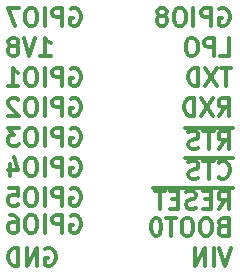
<source format=gbr>
G04 #@! TF.FileFunction,Legend,Bot*
%FSLAX46Y46*%
G04 Gerber Fmt 4.6, Leading zero omitted, Abs format (unit mm)*
G04 Created by KiCad (PCBNEW 4.0.6) date Sun Jun 17 22:16:41 2018*
%MOMM*%
%LPD*%
G01*
G04 APERTURE LIST*
%ADD10C,0.100000*%
%ADD11C,0.300000*%
G04 APERTURE END LIST*
D10*
D11*
X157384857Y-106572857D02*
X157170571Y-106644286D01*
X157099143Y-106715714D01*
X157027714Y-106858571D01*
X157027714Y-107072857D01*
X157099143Y-107215714D01*
X157170571Y-107287143D01*
X157313429Y-107358571D01*
X157884857Y-107358571D01*
X157884857Y-105858571D01*
X157384857Y-105858571D01*
X157242000Y-105930000D01*
X157170571Y-106001429D01*
X157099143Y-106144286D01*
X157099143Y-106287143D01*
X157170571Y-106430000D01*
X157242000Y-106501429D01*
X157384857Y-106572857D01*
X157884857Y-106572857D01*
X156099143Y-105858571D02*
X155813429Y-105858571D01*
X155670571Y-105930000D01*
X155527714Y-106072857D01*
X155456286Y-106358571D01*
X155456286Y-106858571D01*
X155527714Y-107144286D01*
X155670571Y-107287143D01*
X155813429Y-107358571D01*
X156099143Y-107358571D01*
X156242000Y-107287143D01*
X156384857Y-107144286D01*
X156456286Y-106858571D01*
X156456286Y-106358571D01*
X156384857Y-106072857D01*
X156242000Y-105930000D01*
X156099143Y-105858571D01*
X154527714Y-105858571D02*
X154242000Y-105858571D01*
X154099142Y-105930000D01*
X153956285Y-106072857D01*
X153884857Y-106358571D01*
X153884857Y-106858571D01*
X153956285Y-107144286D01*
X154099142Y-107287143D01*
X154242000Y-107358571D01*
X154527714Y-107358571D01*
X154670571Y-107287143D01*
X154813428Y-107144286D01*
X154884857Y-106858571D01*
X154884857Y-106358571D01*
X154813428Y-106072857D01*
X154670571Y-105930000D01*
X154527714Y-105858571D01*
X153456285Y-105858571D02*
X152599142Y-105858571D01*
X153027713Y-107358571D02*
X153027713Y-105858571D01*
X151813428Y-105858571D02*
X151670571Y-105858571D01*
X151527714Y-105930000D01*
X151456285Y-106001429D01*
X151384856Y-106144286D01*
X151313428Y-106430000D01*
X151313428Y-106787143D01*
X151384856Y-107072857D01*
X151456285Y-107215714D01*
X151527714Y-107287143D01*
X151670571Y-107358571D01*
X151813428Y-107358571D01*
X151956285Y-107287143D01*
X152027714Y-107215714D01*
X152099142Y-107072857D01*
X152170571Y-106787143D01*
X152170571Y-106430000D01*
X152099142Y-106144286D01*
X152027714Y-106001429D01*
X151956285Y-105930000D01*
X151813428Y-105858571D01*
X157027714Y-105072571D02*
X157527714Y-104358286D01*
X157884857Y-105072571D02*
X157884857Y-103572571D01*
X157313429Y-103572571D01*
X157170571Y-103644000D01*
X157099143Y-103715429D01*
X157027714Y-103858286D01*
X157027714Y-104072571D01*
X157099143Y-104215429D01*
X157170571Y-104286857D01*
X157313429Y-104358286D01*
X157884857Y-104358286D01*
X156384857Y-104286857D02*
X155884857Y-104286857D01*
X155670571Y-105072571D02*
X156384857Y-105072571D01*
X156384857Y-103572571D01*
X155670571Y-103572571D01*
X155099143Y-105001143D02*
X154884857Y-105072571D01*
X154527714Y-105072571D01*
X154384857Y-105001143D01*
X154313428Y-104929714D01*
X154242000Y-104786857D01*
X154242000Y-104644000D01*
X154313428Y-104501143D01*
X154384857Y-104429714D01*
X154527714Y-104358286D01*
X154813428Y-104286857D01*
X154956286Y-104215429D01*
X155027714Y-104144000D01*
X155099143Y-104001143D01*
X155099143Y-103858286D01*
X155027714Y-103715429D01*
X154956286Y-103644000D01*
X154813428Y-103572571D01*
X154456286Y-103572571D01*
X154242000Y-103644000D01*
X153599143Y-104286857D02*
X153099143Y-104286857D01*
X152884857Y-105072571D02*
X153599143Y-105072571D01*
X153599143Y-103572571D01*
X152884857Y-103572571D01*
X152456286Y-103572571D02*
X151599143Y-103572571D01*
X152027714Y-105072571D02*
X152027714Y-103572571D01*
X158242000Y-103314000D02*
X151456286Y-103314000D01*
X158099143Y-108398571D02*
X157599143Y-109898571D01*
X157099143Y-108398571D01*
X156599143Y-109898571D02*
X156599143Y-108398571D01*
X155884857Y-109898571D02*
X155884857Y-108398571D01*
X155027714Y-109898571D01*
X155027714Y-108398571D01*
X157027714Y-102389714D02*
X157099143Y-102461143D01*
X157313429Y-102532571D01*
X157456286Y-102532571D01*
X157670571Y-102461143D01*
X157813429Y-102318286D01*
X157884857Y-102175429D01*
X157956286Y-101889714D01*
X157956286Y-101675429D01*
X157884857Y-101389714D01*
X157813429Y-101246857D01*
X157670571Y-101104000D01*
X157456286Y-101032571D01*
X157313429Y-101032571D01*
X157099143Y-101104000D01*
X157027714Y-101175429D01*
X156599143Y-101032571D02*
X155742000Y-101032571D01*
X156170571Y-102532571D02*
X156170571Y-101032571D01*
X155313429Y-102461143D02*
X155099143Y-102532571D01*
X154742000Y-102532571D01*
X154599143Y-102461143D01*
X154527714Y-102389714D01*
X154456286Y-102246857D01*
X154456286Y-102104000D01*
X154527714Y-101961143D01*
X154599143Y-101889714D01*
X154742000Y-101818286D01*
X155027714Y-101746857D01*
X155170572Y-101675429D01*
X155242000Y-101604000D01*
X155313429Y-101461143D01*
X155313429Y-101318286D01*
X155242000Y-101175429D01*
X155170572Y-101104000D01*
X155027714Y-101032571D01*
X154670572Y-101032571D01*
X154456286Y-101104000D01*
X158242000Y-100774000D02*
X154170572Y-100774000D01*
X157027714Y-99992571D02*
X157527714Y-99278286D01*
X157884857Y-99992571D02*
X157884857Y-98492571D01*
X157313429Y-98492571D01*
X157170571Y-98564000D01*
X157099143Y-98635429D01*
X157027714Y-98778286D01*
X157027714Y-98992571D01*
X157099143Y-99135429D01*
X157170571Y-99206857D01*
X157313429Y-99278286D01*
X157884857Y-99278286D01*
X156599143Y-98492571D02*
X155742000Y-98492571D01*
X156170571Y-99992571D02*
X156170571Y-98492571D01*
X155313429Y-99921143D02*
X155099143Y-99992571D01*
X154742000Y-99992571D01*
X154599143Y-99921143D01*
X154527714Y-99849714D01*
X154456286Y-99706857D01*
X154456286Y-99564000D01*
X154527714Y-99421143D01*
X154599143Y-99349714D01*
X154742000Y-99278286D01*
X155027714Y-99206857D01*
X155170572Y-99135429D01*
X155242000Y-99064000D01*
X155313429Y-98921143D01*
X155313429Y-98778286D01*
X155242000Y-98635429D01*
X155170572Y-98564000D01*
X155027714Y-98492571D01*
X154670572Y-98492571D01*
X154456286Y-98564000D01*
X158242000Y-98234000D02*
X154170572Y-98234000D01*
X157027714Y-97198571D02*
X157527714Y-96484286D01*
X157884857Y-97198571D02*
X157884857Y-95698571D01*
X157313429Y-95698571D01*
X157170571Y-95770000D01*
X157099143Y-95841429D01*
X157027714Y-95984286D01*
X157027714Y-96198571D01*
X157099143Y-96341429D01*
X157170571Y-96412857D01*
X157313429Y-96484286D01*
X157884857Y-96484286D01*
X156527714Y-95698571D02*
X155527714Y-97198571D01*
X155527714Y-95698571D02*
X156527714Y-97198571D01*
X154956286Y-97198571D02*
X154956286Y-95698571D01*
X154599143Y-95698571D01*
X154384858Y-95770000D01*
X154242000Y-95912857D01*
X154170572Y-96055714D01*
X154099143Y-96341429D01*
X154099143Y-96555714D01*
X154170572Y-96841429D01*
X154242000Y-96984286D01*
X154384858Y-97127143D01*
X154599143Y-97198571D01*
X154956286Y-97198571D01*
X158099143Y-93158571D02*
X157242000Y-93158571D01*
X157670571Y-94658571D02*
X157670571Y-93158571D01*
X156884857Y-93158571D02*
X155884857Y-94658571D01*
X155884857Y-93158571D02*
X156884857Y-94658571D01*
X155313429Y-94658571D02*
X155313429Y-93158571D01*
X154956286Y-93158571D01*
X154742001Y-93230000D01*
X154599143Y-93372857D01*
X154527715Y-93515714D01*
X154456286Y-93801429D01*
X154456286Y-94015714D01*
X154527715Y-94301429D01*
X154599143Y-94444286D01*
X154742001Y-94587143D01*
X154956286Y-94658571D01*
X155313429Y-94658571D01*
X157170571Y-92118571D02*
X157884857Y-92118571D01*
X157884857Y-90618571D01*
X156670571Y-92118571D02*
X156670571Y-90618571D01*
X156099143Y-90618571D01*
X155956285Y-90690000D01*
X155884857Y-90761429D01*
X155813428Y-90904286D01*
X155813428Y-91118571D01*
X155884857Y-91261429D01*
X155956285Y-91332857D01*
X156099143Y-91404286D01*
X156670571Y-91404286D01*
X154884857Y-90618571D02*
X154599143Y-90618571D01*
X154456285Y-90690000D01*
X154313428Y-90832857D01*
X154242000Y-91118571D01*
X154242000Y-91618571D01*
X154313428Y-91904286D01*
X154456285Y-92047143D01*
X154599143Y-92118571D01*
X154884857Y-92118571D01*
X155027714Y-92047143D01*
X155170571Y-91904286D01*
X155242000Y-91618571D01*
X155242000Y-91118571D01*
X155170571Y-90832857D01*
X155027714Y-90690000D01*
X154884857Y-90618571D01*
X157099143Y-88150000D02*
X157242000Y-88078571D01*
X157456286Y-88078571D01*
X157670571Y-88150000D01*
X157813429Y-88292857D01*
X157884857Y-88435714D01*
X157956286Y-88721429D01*
X157956286Y-88935714D01*
X157884857Y-89221429D01*
X157813429Y-89364286D01*
X157670571Y-89507143D01*
X157456286Y-89578571D01*
X157313429Y-89578571D01*
X157099143Y-89507143D01*
X157027714Y-89435714D01*
X157027714Y-88935714D01*
X157313429Y-88935714D01*
X156384857Y-89578571D02*
X156384857Y-88078571D01*
X155813429Y-88078571D01*
X155670571Y-88150000D01*
X155599143Y-88221429D01*
X155527714Y-88364286D01*
X155527714Y-88578571D01*
X155599143Y-88721429D01*
X155670571Y-88792857D01*
X155813429Y-88864286D01*
X156384857Y-88864286D01*
X154884857Y-89578571D02*
X154884857Y-88078571D01*
X153884857Y-88078571D02*
X153599143Y-88078571D01*
X153456285Y-88150000D01*
X153313428Y-88292857D01*
X153242000Y-88578571D01*
X153242000Y-89078571D01*
X153313428Y-89364286D01*
X153456285Y-89507143D01*
X153599143Y-89578571D01*
X153884857Y-89578571D01*
X154027714Y-89507143D01*
X154170571Y-89364286D01*
X154242000Y-89078571D01*
X154242000Y-88578571D01*
X154170571Y-88292857D01*
X154027714Y-88150000D01*
X153884857Y-88078571D01*
X152384856Y-88721429D02*
X152527714Y-88650000D01*
X152599142Y-88578571D01*
X152670571Y-88435714D01*
X152670571Y-88364286D01*
X152599142Y-88221429D01*
X152527714Y-88150000D01*
X152384856Y-88078571D01*
X152099142Y-88078571D01*
X151956285Y-88150000D01*
X151884856Y-88221429D01*
X151813428Y-88364286D01*
X151813428Y-88435714D01*
X151884856Y-88578571D01*
X151956285Y-88650000D01*
X152099142Y-88721429D01*
X152384856Y-88721429D01*
X152527714Y-88792857D01*
X152599142Y-88864286D01*
X152670571Y-89007143D01*
X152670571Y-89292857D01*
X152599142Y-89435714D01*
X152527714Y-89507143D01*
X152384856Y-89578571D01*
X152099142Y-89578571D01*
X151956285Y-89507143D01*
X151884856Y-89435714D01*
X151813428Y-89292857D01*
X151813428Y-89007143D01*
X151884856Y-88864286D01*
X151956285Y-88792857D01*
X152099142Y-88721429D01*
X144509429Y-88150000D02*
X144652286Y-88078571D01*
X144866572Y-88078571D01*
X145080857Y-88150000D01*
X145223715Y-88292857D01*
X145295143Y-88435714D01*
X145366572Y-88721429D01*
X145366572Y-88935714D01*
X145295143Y-89221429D01*
X145223715Y-89364286D01*
X145080857Y-89507143D01*
X144866572Y-89578571D01*
X144723715Y-89578571D01*
X144509429Y-89507143D01*
X144438000Y-89435714D01*
X144438000Y-88935714D01*
X144723715Y-88935714D01*
X143795143Y-89578571D02*
X143795143Y-88078571D01*
X143223715Y-88078571D01*
X143080857Y-88150000D01*
X143009429Y-88221429D01*
X142938000Y-88364286D01*
X142938000Y-88578571D01*
X143009429Y-88721429D01*
X143080857Y-88792857D01*
X143223715Y-88864286D01*
X143795143Y-88864286D01*
X142295143Y-89578571D02*
X142295143Y-88078571D01*
X141295143Y-88078571D02*
X141009429Y-88078571D01*
X140866571Y-88150000D01*
X140723714Y-88292857D01*
X140652286Y-88578571D01*
X140652286Y-89078571D01*
X140723714Y-89364286D01*
X140866571Y-89507143D01*
X141009429Y-89578571D01*
X141295143Y-89578571D01*
X141438000Y-89507143D01*
X141580857Y-89364286D01*
X141652286Y-89078571D01*
X141652286Y-88578571D01*
X141580857Y-88292857D01*
X141438000Y-88150000D01*
X141295143Y-88078571D01*
X140152285Y-88078571D02*
X139152285Y-88078571D01*
X139795142Y-89578571D01*
X141937999Y-92118571D02*
X142795142Y-92118571D01*
X142366570Y-92118571D02*
X142366570Y-90618571D01*
X142509427Y-90832857D01*
X142652285Y-90975714D01*
X142795142Y-91047143D01*
X141509428Y-90618571D02*
X141009428Y-92118571D01*
X140509428Y-90618571D01*
X139795142Y-91261429D02*
X139938000Y-91190000D01*
X140009428Y-91118571D01*
X140080857Y-90975714D01*
X140080857Y-90904286D01*
X140009428Y-90761429D01*
X139938000Y-90690000D01*
X139795142Y-90618571D01*
X139509428Y-90618571D01*
X139366571Y-90690000D01*
X139295142Y-90761429D01*
X139223714Y-90904286D01*
X139223714Y-90975714D01*
X139295142Y-91118571D01*
X139366571Y-91190000D01*
X139509428Y-91261429D01*
X139795142Y-91261429D01*
X139938000Y-91332857D01*
X140009428Y-91404286D01*
X140080857Y-91547143D01*
X140080857Y-91832857D01*
X140009428Y-91975714D01*
X139938000Y-92047143D01*
X139795142Y-92118571D01*
X139509428Y-92118571D01*
X139366571Y-92047143D01*
X139295142Y-91975714D01*
X139223714Y-91832857D01*
X139223714Y-91547143D01*
X139295142Y-91404286D01*
X139366571Y-91332857D01*
X139509428Y-91261429D01*
X144509429Y-95770000D02*
X144652286Y-95698571D01*
X144866572Y-95698571D01*
X145080857Y-95770000D01*
X145223715Y-95912857D01*
X145295143Y-96055714D01*
X145366572Y-96341429D01*
X145366572Y-96555714D01*
X145295143Y-96841429D01*
X145223715Y-96984286D01*
X145080857Y-97127143D01*
X144866572Y-97198571D01*
X144723715Y-97198571D01*
X144509429Y-97127143D01*
X144438000Y-97055714D01*
X144438000Y-96555714D01*
X144723715Y-96555714D01*
X143795143Y-97198571D02*
X143795143Y-95698571D01*
X143223715Y-95698571D01*
X143080857Y-95770000D01*
X143009429Y-95841429D01*
X142938000Y-95984286D01*
X142938000Y-96198571D01*
X143009429Y-96341429D01*
X143080857Y-96412857D01*
X143223715Y-96484286D01*
X143795143Y-96484286D01*
X142295143Y-97198571D02*
X142295143Y-95698571D01*
X141295143Y-95698571D02*
X141009429Y-95698571D01*
X140866571Y-95770000D01*
X140723714Y-95912857D01*
X140652286Y-96198571D01*
X140652286Y-96698571D01*
X140723714Y-96984286D01*
X140866571Y-97127143D01*
X141009429Y-97198571D01*
X141295143Y-97198571D01*
X141438000Y-97127143D01*
X141580857Y-96984286D01*
X141652286Y-96698571D01*
X141652286Y-96198571D01*
X141580857Y-95912857D01*
X141438000Y-95770000D01*
X141295143Y-95698571D01*
X140080857Y-95841429D02*
X140009428Y-95770000D01*
X139866571Y-95698571D01*
X139509428Y-95698571D01*
X139366571Y-95770000D01*
X139295142Y-95841429D01*
X139223714Y-95984286D01*
X139223714Y-96127143D01*
X139295142Y-96341429D01*
X140152285Y-97198571D01*
X139223714Y-97198571D01*
X144509429Y-98310000D02*
X144652286Y-98238571D01*
X144866572Y-98238571D01*
X145080857Y-98310000D01*
X145223715Y-98452857D01*
X145295143Y-98595714D01*
X145366572Y-98881429D01*
X145366572Y-99095714D01*
X145295143Y-99381429D01*
X145223715Y-99524286D01*
X145080857Y-99667143D01*
X144866572Y-99738571D01*
X144723715Y-99738571D01*
X144509429Y-99667143D01*
X144438000Y-99595714D01*
X144438000Y-99095714D01*
X144723715Y-99095714D01*
X143795143Y-99738571D02*
X143795143Y-98238571D01*
X143223715Y-98238571D01*
X143080857Y-98310000D01*
X143009429Y-98381429D01*
X142938000Y-98524286D01*
X142938000Y-98738571D01*
X143009429Y-98881429D01*
X143080857Y-98952857D01*
X143223715Y-99024286D01*
X143795143Y-99024286D01*
X142295143Y-99738571D02*
X142295143Y-98238571D01*
X141295143Y-98238571D02*
X141009429Y-98238571D01*
X140866571Y-98310000D01*
X140723714Y-98452857D01*
X140652286Y-98738571D01*
X140652286Y-99238571D01*
X140723714Y-99524286D01*
X140866571Y-99667143D01*
X141009429Y-99738571D01*
X141295143Y-99738571D01*
X141438000Y-99667143D01*
X141580857Y-99524286D01*
X141652286Y-99238571D01*
X141652286Y-98738571D01*
X141580857Y-98452857D01*
X141438000Y-98310000D01*
X141295143Y-98238571D01*
X140152285Y-98238571D02*
X139223714Y-98238571D01*
X139723714Y-98810000D01*
X139509428Y-98810000D01*
X139366571Y-98881429D01*
X139295142Y-98952857D01*
X139223714Y-99095714D01*
X139223714Y-99452857D01*
X139295142Y-99595714D01*
X139366571Y-99667143D01*
X139509428Y-99738571D01*
X139938000Y-99738571D01*
X140080857Y-99667143D01*
X140152285Y-99595714D01*
X144509429Y-100850000D02*
X144652286Y-100778571D01*
X144866572Y-100778571D01*
X145080857Y-100850000D01*
X145223715Y-100992857D01*
X145295143Y-101135714D01*
X145366572Y-101421429D01*
X145366572Y-101635714D01*
X145295143Y-101921429D01*
X145223715Y-102064286D01*
X145080857Y-102207143D01*
X144866572Y-102278571D01*
X144723715Y-102278571D01*
X144509429Y-102207143D01*
X144438000Y-102135714D01*
X144438000Y-101635714D01*
X144723715Y-101635714D01*
X143795143Y-102278571D02*
X143795143Y-100778571D01*
X143223715Y-100778571D01*
X143080857Y-100850000D01*
X143009429Y-100921429D01*
X142938000Y-101064286D01*
X142938000Y-101278571D01*
X143009429Y-101421429D01*
X143080857Y-101492857D01*
X143223715Y-101564286D01*
X143795143Y-101564286D01*
X142295143Y-102278571D02*
X142295143Y-100778571D01*
X141295143Y-100778571D02*
X141009429Y-100778571D01*
X140866571Y-100850000D01*
X140723714Y-100992857D01*
X140652286Y-101278571D01*
X140652286Y-101778571D01*
X140723714Y-102064286D01*
X140866571Y-102207143D01*
X141009429Y-102278571D01*
X141295143Y-102278571D01*
X141438000Y-102207143D01*
X141580857Y-102064286D01*
X141652286Y-101778571D01*
X141652286Y-101278571D01*
X141580857Y-100992857D01*
X141438000Y-100850000D01*
X141295143Y-100778571D01*
X139366571Y-101278571D02*
X139366571Y-102278571D01*
X139723714Y-100707143D02*
X140080857Y-101778571D01*
X139152285Y-101778571D01*
X144509429Y-103390000D02*
X144652286Y-103318571D01*
X144866572Y-103318571D01*
X145080857Y-103390000D01*
X145223715Y-103532857D01*
X145295143Y-103675714D01*
X145366572Y-103961429D01*
X145366572Y-104175714D01*
X145295143Y-104461429D01*
X145223715Y-104604286D01*
X145080857Y-104747143D01*
X144866572Y-104818571D01*
X144723715Y-104818571D01*
X144509429Y-104747143D01*
X144438000Y-104675714D01*
X144438000Y-104175714D01*
X144723715Y-104175714D01*
X143795143Y-104818571D02*
X143795143Y-103318571D01*
X143223715Y-103318571D01*
X143080857Y-103390000D01*
X143009429Y-103461429D01*
X142938000Y-103604286D01*
X142938000Y-103818571D01*
X143009429Y-103961429D01*
X143080857Y-104032857D01*
X143223715Y-104104286D01*
X143795143Y-104104286D01*
X142295143Y-104818571D02*
X142295143Y-103318571D01*
X141295143Y-103318571D02*
X141009429Y-103318571D01*
X140866571Y-103390000D01*
X140723714Y-103532857D01*
X140652286Y-103818571D01*
X140652286Y-104318571D01*
X140723714Y-104604286D01*
X140866571Y-104747143D01*
X141009429Y-104818571D01*
X141295143Y-104818571D01*
X141438000Y-104747143D01*
X141580857Y-104604286D01*
X141652286Y-104318571D01*
X141652286Y-103818571D01*
X141580857Y-103532857D01*
X141438000Y-103390000D01*
X141295143Y-103318571D01*
X139295142Y-103318571D02*
X140009428Y-103318571D01*
X140080857Y-104032857D01*
X140009428Y-103961429D01*
X139866571Y-103890000D01*
X139509428Y-103890000D01*
X139366571Y-103961429D01*
X139295142Y-104032857D01*
X139223714Y-104175714D01*
X139223714Y-104532857D01*
X139295142Y-104675714D01*
X139366571Y-104747143D01*
X139509428Y-104818571D01*
X139866571Y-104818571D01*
X140009428Y-104747143D01*
X140080857Y-104675714D01*
X144509429Y-105676000D02*
X144652286Y-105604571D01*
X144866572Y-105604571D01*
X145080857Y-105676000D01*
X145223715Y-105818857D01*
X145295143Y-105961714D01*
X145366572Y-106247429D01*
X145366572Y-106461714D01*
X145295143Y-106747429D01*
X145223715Y-106890286D01*
X145080857Y-107033143D01*
X144866572Y-107104571D01*
X144723715Y-107104571D01*
X144509429Y-107033143D01*
X144438000Y-106961714D01*
X144438000Y-106461714D01*
X144723715Y-106461714D01*
X143795143Y-107104571D02*
X143795143Y-105604571D01*
X143223715Y-105604571D01*
X143080857Y-105676000D01*
X143009429Y-105747429D01*
X142938000Y-105890286D01*
X142938000Y-106104571D01*
X143009429Y-106247429D01*
X143080857Y-106318857D01*
X143223715Y-106390286D01*
X143795143Y-106390286D01*
X142295143Y-107104571D02*
X142295143Y-105604571D01*
X141295143Y-105604571D02*
X141009429Y-105604571D01*
X140866571Y-105676000D01*
X140723714Y-105818857D01*
X140652286Y-106104571D01*
X140652286Y-106604571D01*
X140723714Y-106890286D01*
X140866571Y-107033143D01*
X141009429Y-107104571D01*
X141295143Y-107104571D01*
X141438000Y-107033143D01*
X141580857Y-106890286D01*
X141652286Y-106604571D01*
X141652286Y-106104571D01*
X141580857Y-105818857D01*
X141438000Y-105676000D01*
X141295143Y-105604571D01*
X139366571Y-105604571D02*
X139652285Y-105604571D01*
X139795142Y-105676000D01*
X139866571Y-105747429D01*
X140009428Y-105961714D01*
X140080857Y-106247429D01*
X140080857Y-106818857D01*
X140009428Y-106961714D01*
X139938000Y-107033143D01*
X139795142Y-107104571D01*
X139509428Y-107104571D01*
X139366571Y-107033143D01*
X139295142Y-106961714D01*
X139223714Y-106818857D01*
X139223714Y-106461714D01*
X139295142Y-106318857D01*
X139366571Y-106247429D01*
X139509428Y-106176000D01*
X139795142Y-106176000D01*
X139938000Y-106247429D01*
X140009428Y-106318857D01*
X140080857Y-106461714D01*
X142366572Y-108470000D02*
X142509429Y-108398571D01*
X142723715Y-108398571D01*
X142938000Y-108470000D01*
X143080858Y-108612857D01*
X143152286Y-108755714D01*
X143223715Y-109041429D01*
X143223715Y-109255714D01*
X143152286Y-109541429D01*
X143080858Y-109684286D01*
X142938000Y-109827143D01*
X142723715Y-109898571D01*
X142580858Y-109898571D01*
X142366572Y-109827143D01*
X142295143Y-109755714D01*
X142295143Y-109255714D01*
X142580858Y-109255714D01*
X141652286Y-109898571D02*
X141652286Y-108398571D01*
X140795143Y-109898571D01*
X140795143Y-108398571D01*
X140080857Y-109898571D02*
X140080857Y-108398571D01*
X139723714Y-108398571D01*
X139509429Y-108470000D01*
X139366571Y-108612857D01*
X139295143Y-108755714D01*
X139223714Y-109041429D01*
X139223714Y-109255714D01*
X139295143Y-109541429D01*
X139366571Y-109684286D01*
X139509429Y-109827143D01*
X139723714Y-109898571D01*
X140080857Y-109898571D01*
X144509429Y-93230000D02*
X144652286Y-93158571D01*
X144866572Y-93158571D01*
X145080857Y-93230000D01*
X145223715Y-93372857D01*
X145295143Y-93515714D01*
X145366572Y-93801429D01*
X145366572Y-94015714D01*
X145295143Y-94301429D01*
X145223715Y-94444286D01*
X145080857Y-94587143D01*
X144866572Y-94658571D01*
X144723715Y-94658571D01*
X144509429Y-94587143D01*
X144438000Y-94515714D01*
X144438000Y-94015714D01*
X144723715Y-94015714D01*
X143795143Y-94658571D02*
X143795143Y-93158571D01*
X143223715Y-93158571D01*
X143080857Y-93230000D01*
X143009429Y-93301429D01*
X142938000Y-93444286D01*
X142938000Y-93658571D01*
X143009429Y-93801429D01*
X143080857Y-93872857D01*
X143223715Y-93944286D01*
X143795143Y-93944286D01*
X142295143Y-94658571D02*
X142295143Y-93158571D01*
X141295143Y-93158571D02*
X141009429Y-93158571D01*
X140866571Y-93230000D01*
X140723714Y-93372857D01*
X140652286Y-93658571D01*
X140652286Y-94158571D01*
X140723714Y-94444286D01*
X140866571Y-94587143D01*
X141009429Y-94658571D01*
X141295143Y-94658571D01*
X141438000Y-94587143D01*
X141580857Y-94444286D01*
X141652286Y-94158571D01*
X141652286Y-93658571D01*
X141580857Y-93372857D01*
X141438000Y-93230000D01*
X141295143Y-93158571D01*
X139223714Y-94658571D02*
X140080857Y-94658571D01*
X139652285Y-94658571D02*
X139652285Y-93158571D01*
X139795142Y-93372857D01*
X139938000Y-93515714D01*
X140080857Y-93587143D01*
M02*

</source>
